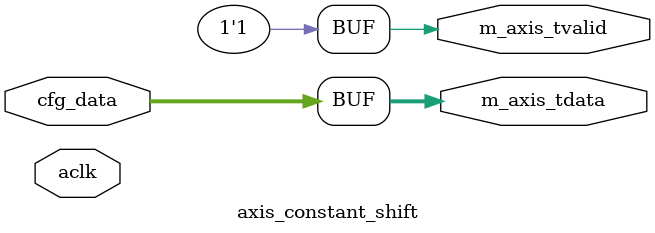
<source format=v>
`timescale 1ns / 1ps


module axis_constant_shift #
(
  parameter integer AXIS_TDATA_WIDTH = 32
)
(
  // System signals
  input  wire                        aclk,

  input  wire [AXIS_TDATA_WIDTH-1:0] cfg_data,

  // Master side
  output wire [AXIS_TDATA_WIDTH-1:0] m_axis_tdata,
  output wire                        m_axis_tvalid
);

  assign m_axis_tdata = cfg_data ;
  assign m_axis_tvalid = 1'b1;

endmodule
</source>
